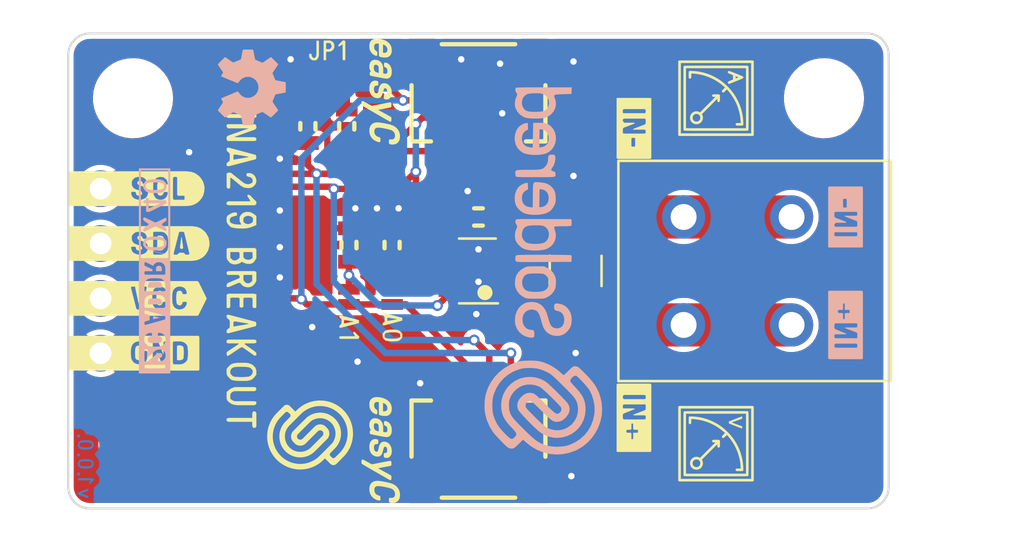
<source format=kicad_pcb>
(kicad_pcb (version 20211014) (generator pcbnew)
  (title_block (title "INA219_breakout") (date "2021-07-28") (rev "V1.0.0.") (company "SOLDERED") (comment 1 "333066"))
  (layers (0 "F.Cu" signal) (31 "B.Cu" signal) (34 "B.Paste" user) (35 "F.Paste" user) (36 "B.SilkS" user "B.Silkscreen") (37 "F.SilkS" user "F.Silkscreen") (38 "B.Mask" user) (39 "F.Mask" user) (44 "Edge.Cuts" user))
  (net 0 "")
  (net 1 "VCC")
  (net 2 "GND")
  (net 3 "Net-(JP1-Pad1)")
  (net 4 "Net-(JP1-Pad3)")
  (net 5 "A0")
  (net 6 "A1")
  (net 7 "IN+")
  (net 8 "IN-")
  (net 9 "SCL")
  (net 10 "SDA")
  (footprint "e-radionica.com footprinti:SMD_JUMPER_3_PAD_TRACE" (layer "F.Cu") (at 102.4 120.4)
    (fp_text reference "JP1")
    (fp_text value "SMD_JUMPER_3_PAD_TRACE")
    (fp_poly (pts (xy -0.25 0.05) (xy -0.45 0.05) (xy -0.45 -0.05) (xy -0.25 -0.05)) (layer "F.Cu") (width 0.1) (fill solid))
    (fp_poly (pts (xy 0.45 0.05) (xy 0.25 0.05) (xy 0.25 -0.05) (xy 0.45 -0.05)) (layer "F.Cu") (width 0.1) (fill solid))
    (pad "1" smd rect (at -0.7 0 180) (size 0.5 1) (layers "F.Cu" "F.Mask") (net 3 "Net-(JP1-Pad1)"))
    (pad "2" smd custom (at 0 0 180) (size 0.5 1) (layers "F.Cu" "F.Mask") (net 1 "VCC") (options (clearance outline) (anchor rect)) (primitives))
    (pad "3" smd rect (at 0.7 0 180) (size 0.5 1) (layers "F.Cu" "F.Mask") (net 4 "Net-(JP1-Pad3)"))
  )
  (footprint "e-radionica.com footprinti:0603R" (layer "F.Cu") (at 101.5 122.7 90)
    (fp_text reference "R2")
    (fp_text value "10k")
    (pad "1" smd rect locked (at -0.775 0 180) (size 1 0.64) (layers "F.Cu" "F.Paste" "F.Mask") (net 9 "SCL"))
    (pad "2" smd rect locked (at 0.775 0 180) (size 1 0.64) (layers "F.Cu" "F.Paste" "F.Mask") (net 3 "Net-(JP1-Pad1)"))
  )
  (footprint "Soldered Graphics:Logo-Front-easyC-5mm" (layer "F.Cu") (at 104.9 121.1 -90)
    (fp_text reference "G***" hide)
    (fp_text value "LOGO" hide)
  )
  (footprint "e-radionica.com footprinti:easyC-connector" (layer "F.Cu") (at 109.4 137.1 180)
    (fp_text reference "K4")
    (fp_text value "easyC-SMD")
    (pad "1" smd rect locked (at -1.5 2.15 180) (size 0.6 1.55) (layers "F.Cu" "F.Paste" "F.Mask") (net 9 "SCL"))
    (pad "2" smd rect locked (at -0.5 2.15 180) (size 0.6 1.55) (layers "F.Cu" "F.Paste" "F.Mask") (net 10 "SDA"))
    (pad "3" smd rect locked (at 0.5 2.15 180) (size 0.6 1.55) (layers "F.Cu" "F.Paste" "F.Mask") (net 1 "VCC"))
    (pad "4" smd rect locked (at 1.5 2.15 180) (size 0.6 1.55) (layers "F.Cu" "F.Paste" "F.Mask") (net 2 "GND"))
    (pad "5" smd rect locked (at 2.6 -2.15 180) (size 1.2 1.8) (layers "F.Cu" "F.Paste" "F.Mask") (net 2 "GND"))
    (pad "5" smd rect locked (at -2.6 -2.15 180) (size 1.2 1.8) (layers "F.Cu" "F.Paste" "F.Mask") (net 2 "GND"))
  )
  (footprint "e-radionica.com footprinti:0603R" (layer "F.Cu") (at 103.4 128.2 -90)
    (fp_text reference "R4")
    (fp_text value "10k")
    (pad "1" smd rect locked (at -0.775 0) (size 1 0.64) (layers "F.Cu" "F.Paste" "F.Mask") (net 2 "GND"))
    (pad "2" smd rect locked (at 0.775 0) (size 1 0.64) (layers "F.Cu" "F.Paste" "F.Mask") (net 6 "A1"))
  )
  (footprint "Soldered Graphics:Logo-Back-OSH-3.5mm" (layer "F.Cu") (at 98.9 120.9 -90)
    (fp_text reference "G***" hide)
    (fp_text value "LOGO" hide)
  )
  (footprint "e-radionica.com footprinti:SMD_JUMPER" (layer "F.Cu") (at 103.4 130.6 -90)
    (fp_text reference "JP3")
    (fp_text value "SMD_JUMPER")
    (pad "1" smd rect (at -0.35 0 270) (size 0.5 1) (layers "F.Cu" "F.Mask") (net 6 "A1"))
    (pad "2" smd rect (at 0.35 0 270) (size 0.5 1) (layers "F.Cu" "F.Mask") (net 1 "VCC"))
  )
  (footprint "buzzardLabel" (layer "F.Cu") (at 102.4 119.2)
    (fp_text reference "" (at 0 0) (layer "F.SilkS") (effects (font (size 1.27 1.27))))
    (fp_text value "" (at 0 0) (layer "F.SilkS") (effects (font (size 1.27 1.27))))
  )
  (footprint "e-radionica.com footprinti:0603C" (layer "F.Cu") (at 109.4 126.9 180)
    (fp_text reference "C1")
    (fp_text value "100nF")
    (pad "1" smd rect locked (at -0.73 0 180) (size 0.66 1) (layers "F.Cu" "F.Paste" "F.Mask") (net 1 "VCC"))
    (pad "2" smd rect locked (at 0.73 0 180) (size 0.66 1) (layers "F.Cu" "F.Paste" "F.Mask") (net 2 "GND"))
  )
  (footprint "buzzardLabel" (layer "F.Cu") (at 90 130.67)
    (fp_text reference "" (at 0 0) (layer "F.SilkS") (effects (font (size 1.27 1.27))))
    (fp_text value "" (at 0 0) (layer "F.SilkS") (effects (font (size 1.27 1.27))))
  )
  (footprint "buzzardLabel" (layer "F.Cu") (at 103.4 132 -90)
    (fp_text reference "" (at 0 0 90) (layer "F.SilkS") (effects (font (size 1.27 1.27))))
    (fp_text value "" (at 0 0 90) (layer "F.SilkS") (effects (font (size 1.27 1.27))))
  )
  (footprint "Soldered Graphics:Symbol-Front-Voltmeter" (layer "F.Cu") (at 120.4 137.4 -90)
    (fp_text reference "G***" hide)
    (fp_text value "LOGO" hide)
  )
  (footprint "e-radionica.com footprinti:TERMINAL_KF235-5.0-2P" (layer "F.Cu") (at 121.4 129.4 90)
    (fp_text reference "K1")
    (fp_text value "TERMINAL_KF235-5.0-2P")
    (pad "1" thru_hole circle (at 2.5 -2.5 90) (size 2 2) (drill 1.2) (layers *.Cu *.Mask) (net 8 "IN-"))
    (pad "1" thru_hole circle (at 2.5 2.5 90) (size 2 2) (drill 1.2) (layers *.Cu *.Mask) (net 8 "IN-"))
    (pad "2" thru_hole circle (at -2.5 -2.5 90) (size 2 2) (drill 1.2) (layers *.Cu *.Mask) (net 7 "IN+"))
    (pad "2" thru_hole circle (at -2.5 2.5 90) (size 2 2) (drill 1.2) (layers *.Cu *.Mask) (net 7 "IN+"))
  )
  (footprint "e-radionica.com footprinti:SOT23-8" (layer "F.Cu") (at 109.4 129.4 180)
    (fp_text reference "U1")
    (fp_text value "INA219")
    (pad "1" smd rect (at -1.3 -0.975 180) (size 1.1 0.45) (layers "F.Cu" "F.Paste" "F.Mask") (net 7 "IN+"))
    (pad "2" smd rect (at -1.3 -0.325 180) (size 1.1 0.45) (layers "F.Cu" "F.Paste" "F.Mask") (net 8 "IN-"))
    (pad "3" smd rect (at -1.3 0.325 180) (size 1.1 0.45) (layers "F.Cu" "F.Paste" "F.Mask") (net 2 "GND"))
    (pad "4" smd rect (at -1.3 0.975 180) (size 1.1 0.45) (layers "F.Cu" "F.Paste" "F.Mask") (net 1 "VCC"))
    (pad "5" smd rect (at 1.3 0.975 180) (size 1.1 0.45) (layers "F.Cu" "F.Paste" "F.Mask") (net 9 "SCL"))
    (pad "6" smd rect (at 1.3 0.325 180) (size 1.1 0.45) (layers "F.Cu" "F.Paste" "F.Mask") (net 10 "SDA"))
    (pad "7" smd rect (at 1.3 -0.325 180) (size 1.1 0.45) (layers "F.Cu" "F.Paste" "F.Mask") (net 5 "A0"))
    (pad "8" smd rect (at 1.3 -0.975 180) (size 1.1 0.45) (layers "F.Cu" "F.Paste" "F.Mask") (net 6 "A1"))
  )
  (footprint "buzzardLabel" (layer "F.Cu") (at 105.4 132 -90)
    (fp_text reference "" (at 0 0 90) (layer "F.SilkS") (effects (font (size 1.27 1.27))))
    (fp_text value "" (at 0 0 90) (layer "F.SilkS") (effects (font (size 1.27 1.27))))
  )
  (footprint "e-radionica.com footprinti:FIDUCIAL_23" (layer "F.Cu") (at 93.4 137.4 -90)
    (fp_text reference "FD1")
    (fp_text value "FIDUCIAL")
    (fp_circle (center 0 0) (end 1 0) (layer "F.Cu") (width 0.2) (fill none))
    (pad "1" smd circle (at 0 0 270) (size 1 1) (layers "F.Cu" "F.Paste" "F.Mask") (clearance 1.1))
  )
  (footprint "Soldered Graphics:Symbol-Front-Ammeter" (layer "F.Cu") (at 120.4 121.4 -90)
    (fp_text reference "G***" hide)
    (fp_text value "LOGO" hide)
  )
  (footprint "buzzardLabel" (layer "F.Cu") (at 90 133.21)
    (fp_text reference "" (at 0 0) (layer "F.SilkS") (effects (font (size 1.27 1.27))))
    (fp_text value "" (at 0 0) (layer "F.SilkS") (effects (font (size 1.27 1.27))))
  )
  (footprint "Soldered Graphics:Logo-Front-Soldered-4mm" (layer "F.Cu") (at 101.6 137 -90)
    (fp_text reference "G***" hide)
    (fp_text value "LOGO" hide)
  )
  (footprint "e-radionica.com footprinti:0603R" (layer "F.Cu") (at 105.4 128.2 -90)
    (fp_text reference "R3")
    (fp_text value "10k")
    (pad "1" smd rect locked (at -0.775 0) (size 1 0.64) (layers "F.Cu" "F.Paste" "F.Mask") (net 2 "GND"))
    (pad "2" smd rect locked (at 0.775 0) (size 1 0.64) (layers "F.Cu" "F.Paste" "F.Mask") (net 5 "A0"))
  )
  (footprint "e-radionica.com footprinti:easyC-connector" (layer "F.Cu") (at 109.4 121.7)
    (fp_text reference "K2")
    (fp_text value "easyC-SMD")
    (pad "1" smd rect locked (at -1.5 2.15) (size 0.6 1.55) (layers "F.Cu" "F.Paste" "F.Mask") (net 9 "SCL"))
    (pad "2" smd rect locked (at -0.5 2.15) (size 0.6 1.55) (layers "F.Cu" "F.Paste" "F.Mask") (net 10 "SDA"))
    (pad "3" smd rect locked (at 0.5 2.15) (size 0.6 1.55) (layers "F.Cu" "F.Paste" "F.Mask") (net 1 "VCC"))
    (pad "4" smd rect locked (at 1.5 2.15) (size 0.6 1.55) (layers "F.Cu" "F.Paste" "F.Mask") (net 2 "GND"))
    (pad "5" smd rect locked (at -2.6 -2.15) (size 1.2 1.8) (layers "F.Cu" "F.Paste" "F.Mask") (net 2 "GND"))
    (pad "5" smd rect locked (at 2.6 -2.15) (size 1.2 1.8) (layers "F.Cu" "F.Paste" "F.Mask") (net 2 "GND"))
  )
  (footprint "Soldered Graphics:Logo-Back-SolderedFULL-17mm" (layer "F.Cu") (at 112.4 129.4 -90)
    (fp_text reference "REF**" hide)
    (fp_text value "Logo-Front-SolderedFULL-17mm" hide)
  )
  (footprint "e-radionica.com footprinti:1210R" (layer "F.Cu") (at 113.9 129.4 -90)
    (fp_text reference "R5")
    (fp_text value "0R1")
    (pad "1" smd rect (at -1.525 0) (size 2.65 1.2) (layers "F.Cu" "F.Paste" "F.Mask") (net 8 "IN-"))
    (pad "2" smd rect (at 1.525 0) (size 2.65 1.2) (layers "F.Cu" "F.Paste" "F.Mask") (net 7 "IN+"))
  )
  (footprint "e-radionica.com footprinti:HOLE_3.2mm" (layer "F.Cu") (at 93.4 121.4 -90)
    (fp_text reference "H1" hide)
    (fp_text value "HOLE_3.2mm" hide)
    (pad "" np_thru_hole circle locked (at 0 0 270) (size 3.2 3.2) (drill 3.2) (layers F&B.Cu *.Mask))
  )
  (footprint "buzzardLabel" (layer "F.Cu") (at 90 125.59)
    (fp_text reference "" (at 0 0) (layer "F.SilkS") (effects (font (size 1.27 1.27))))
    (fp_text value "" (at 0 0) (layer "F.SilkS") (effects (font (size 1.27 1.27))))
  )
  (footprint "e-radionica.com footprinti:HOLE_3.2mm" (layer "F.Cu") (at 125.4 121.4 -90)
    (fp_text reference "H2" hide)
    (fp_text value "HOLE_3.2mm" hide)
    (pad "" np_thru_hole circle locked (at 0 0 270) (size 3.2 3.2) (drill 3.2) (layers F&B.Cu *.Mask))
  )
  (footprint "Soldered Graphics:Logo-Front-easyC-5mm" (layer "F.Cu") (at 104.9 137.7 -90)
    (fp_text reference "G***" hide)
    (fp_text value "LOGO" hide)
  )
  (footprint "e-radionica.com footprinti:0603R" (layer "F.Cu") (at 103.3 122.7 -90)
    (fp_text reference "R1")
    (fp_text value "10k")
    (pad "1" smd rect locked (at -0.775 0) (size 1 0.64) (layers "F.Cu" "F.Paste" "F.Mask") (net 4 "Net-(JP1-Pad3)"))
    (pad "2" smd rect locked (at 0.775 0) (size 1 0.64) (layers "F.Cu" "F.Paste" "F.Mask") (net 10 "SDA"))
  )
  (footprint "e-radionica.com footprinti:SMD_JUMPER" (layer "F.Cu") (at 105.4 130.6 -90)
    (fp_text reference "JP2")
    (fp_text value "SMD_JUMPER")
    (pad "1" smd rect (at -0.35 0 270) (size 0.5 1) (layers "F.Cu" "F.Mask") (net 5 "A0"))
    (pad "2" smd rect (at 0.35 0 270) (size 0.5 1) (layers "F.Cu" "F.Mask") (net 1 "VCC"))
  )
  (footprint "buzzardLabel" (layer "F.Cu") (at 116.6 122.8 -90)
    (fp_text reference "" (at 0 0 90) (layer "F.SilkS") (effects (font (size 1.27 1.27))))
    (fp_text value "" (at 0 0 90) (layer "F.SilkS") (effects (font (size 1.27 1.27))))
  )
  (footprint "buzzardLabel" (layer "F.Cu") (at 116.6 136.2 -90)
    (fp_text reference "" (at 0 0 90) (layer "F.SilkS") (effects (font (size 1.27 1.27))))
    (fp_text value "" (at 0 0 90) (layer "F.SilkS") (effects (font (size 1.27 1.27))))
  )
  (footprint "buzzardLabel" (layer "F.Cu") (at 90 128.13)
    (fp_text reference "" (at 0 0) (layer "F.SilkS") (effects (font (size 1.27 1.27))))
    (fp_text value "" (at 0 0) (layer "F.SilkS") (effects (font (size 1.27 1.27))))
  )
  (footprint "buzzardLabel" (layer "F.Cu") (at 98.4 129.4 -90)
    (fp_text reference "" (at 0 0 90) (layer "F.SilkS") (effects (font (size 1.27 1.27))))
    (fp_text value "" (at 0 0 90) (layer "F.SilkS") (effects (font (size 1.27 1.27))))
  )
  (footprint "Soldered Graphics:Symbol-Front-I2C-ADDR-Field" (layer "B.Cu") (at 94.4 129.4 90)
    (fp_text reference "REF**" hide)
    (fp_text value "Symbol-Front-I2C-ADDR-Field" hide)
  )
  (footprint "e-radionica.com footprinti:HEADER_MALE_4X1" (layer "B.Cu") (at 91.9 129.4 90)
    (fp_text reference "K3")
    (fp_text value "HEADER_MALE_4X1")
    (pad "1" thru_hole circle locked (at -3.81 0 90) (size 1.7 1.7) (drill 1) (layers *.Cu *.Mask) (net 2 "GND"))
    (pad "2" thru_hole circle locked (at -1.27 0 90) (size 1.7 1.7) (drill 1) (layers *.Cu *.Mask) (net 1 "VCC"))
    (pad "3" thru_hole circle locked (at 1.27 0 90) (size 1.7 1.7) (drill 1) (layers *.Cu *.Mask) (net 10 "SDA"))
    (pad "4" thru_hole circle locked (at 3.81 0 90) (size 1.7 1.7) (drill 1) (layers *.Cu *.Mask) (net 9 "SCL"))
  )
  (footprint "buzzardLabel" (layer "B.Cu") (at 126.4 126.9 90)
    (fp_text reference "" (at 0 0 90) (layer "B.SilkS") (effects (font (size 1.27 1.27)) (justify mirror)))
    (fp_text value "" (at 0 0 90) (layer "B.SilkS") (effects (font (size 1.27 1.27)) (justify mirror)))
  )
  (footprint "buzzardLabel" (layer "B.Cu") (at 94.4 126.8 90)
    (fp_text reference "" (at 0 0 90) (layer "B.SilkS") (effects (font (size 1.27 1.27)) (justify mirror)))
    (fp_text value "" (at 0 0 90) (layer "B.SilkS") (effects (font (size 1.27 1.27)) (justify mirror)))
  )
  (footprint "Soldered Graphics:Version1.0.0." (layer "B.Cu") (at 91.2 138.4 90)
    (fp_text reference "Ref**" hide)
    (fp_text value "Val**" hide)
    (fp_poly (pts (xy 0.06 -0.35) (xy 0.11 -0.35) (xy 0.17 -0.33) (xy 0.13 -0.28) (xy 0.03 -0.28) (xy -0.01 -0.25) (xy -0.03 -0.2) (xy -0.05 -0.15) (xy -0.05 -0.11) (xy -0.05 0.01) (xy -0.05 0.13) (xy -0.05 0.17) (xy -0.03 0.22) (xy -0.01 0.27) (xy 0.02 0.3) (xy 0.13 0.3) (xy 0.16 0.26) (xy 0.18 0.21) (xy 0.18 0.15) (xy 0.19 0.05) (xy 0.19 -0.08) (xy 0.19 -0.12) (xy 0.18 -0.17) (xy 0.16 -0.22) (xy 0.14 -0.27) (xy 0.14 -0.28) (xy 0.17 -0.32) (xy 0.21 -0.29) (xy 0.24 -0.26) (xy 0.26 -0.22) (xy 0.27 -0.16) (xy 0.28 -0.11) (xy 0.28 -0.06) (xy 0.28 0.06) (xy 0.28 0.12) (xy 0.27 0.17) (xy 0.26 0.22) (xy 0.25 0.27) (xy 0.22 0.3) (xy 0.19 0.34) (xy 0.13 0.37) (xy 0.08 0.38) (xy 0.02 0.38) (xy -0.03 0.35) (xy -0.08 0.31) (xy -0.1 0.28) (xy -0.12 0.23) (xy -0.14 0.18) (xy -0.14 0.13) (xy -0.15 0.08) (xy -0.15 -0.04) (xy -0.14 -0.1) (xy -0.14 -0.14) (xy -0.13 -0.2) (xy -0.11 -0.25) (xy -0.08 -0.28) (xy -0.05 -0.32) (xy 0.01 -0.35) (xy 0.06 -0.35)) (layer "B.Cu") (width 0.01) (fill solid))
    (fp_poly (pts (xy 1.31 -0.38) (xy 1.36 -0.38) (xy 1.41 -0.37) (xy 1.42 -0.33) (xy 1.42 -0.27) (xy 1.38 -0.26) (xy 1.33 -0.26) (xy 1.3 -0.29) (xy 1.3 -0.34) (xy 1.31 -0.38)) (layer "B.Cu") (width 0.01) (fill solid))
    (fp_poly (pts (xy -0.44 -0.38) (xy -0.39 -0.38) (xy -0.34 -0.37) (xy -0.34 -0.33) (xy -0.34 -0.27) (xy -0.38 -0.26) (xy -0.43 -0.26) (xy -0.46 -0.29) (xy -0.46 -0.34) (xy -0.44 -0.38)) (layer "B.Cu") (width 0.01) (fill solid))
    (fp_poly (pts (xy 0.43 -0.38) (xy 0.48 -0.38) (xy 0.54 -0.37) (xy 0.54 -0.33) (xy 0.54 -0.27) (xy 0.5 -0.26) (xy 0.45 -0.26) (xy 0.42 -0.29) (xy 0.42 -0.34) (xy 0.43 -0.38)) (layer "B.Cu") (width 0.01) (fill solid))
    (fp_poly (pts (xy 0.93 -0.35) (xy 0.99 -0.35) (xy 1.04 -0.33) (xy 1.01 -0.28) (xy 0.91 -0.28) (xy 0.87 -0.25) (xy 0.85 -0.2) (xy 0.83 -0.15) (xy 0.83 -0.11) (xy 0.82 0.01) (xy 0.83 0.13) (xy 0.83 0.17) (xy 0.84 0.22) (xy 0.87 0.27) (xy 0.9 0.3) (xy 1.01 0.3) (xy 1.04 0.26) (xy 1.05 0.21) (xy 1.06 0.15) (xy 1.07 0.05) (xy 1.07 -0.08) (xy 1.06 -0.12) (xy 1.06 -0.17) (xy 1.04 -0.22) (xy 1.02 -0.27) (xy 1.01 -0.28) (xy 1.05 -0.32) (xy 1.09 -0.29) (xy 1.12 -0.26) (xy 1.14 -0.22) (xy 1.15 -0.16) (xy 1.16 -0.11) (xy 1.16 -0.06) (xy 1.16 0.06) (xy 1.16 0.12) (xy 1.15 0.17) (xy 1.14 0.22) (xy 1.13 0.27) (xy 1.1 0.3) (xy 1.06 0.34) (xy 1.01 0.37) (xy 0.95 0.38) (xy 0.9 0.38) (xy 0.84 0.35) (xy 0.8 0.31) (xy 0.78 0.28) (xy 0.75 0.23) (xy 0.74 0.18) (xy 0.74 0.13) (xy 0.73 0.08) (xy 0.73 -0.04) (xy 0.73 -0.1) (xy 0.74 -0.14) (xy 0.75 -0.2) (xy 0.77 -0.25) (xy 0.79 -0.28) (xy 0.83 -0.32) (xy 0.89 -0.35) (xy 0.93 -0.35)) (layer "B.Cu") (width 0.01) (fill solid))
    (fp_poly (pts (xy -1.33 -0.35) (xy -1.27 -0.35) (xy -1.25 -0.31) (xy -1.09 0.1) (xy -1.11 0.13) (xy -1.16 0.13) (xy -1.19 0.1) (xy -1.28 -0.16) (xy -1.3 -0.21) (xy -1.32 -0.17) (xy -1.41 0.09) (xy -1.44 0.13) (xy -1.49 0.13) (xy -1.51 0.1) (xy -1.36 -0.31) (xy -1.33 -0.35)) (layer "B.Cu") (width 0.01) (fill solid))
    (fp_poly (pts (xy -0.67 -0.35) (xy -0.62 -0.35) (xy -0.6 -0.31) (xy -0.6 0.35) (xy -0.64 0.38) (xy -0.69 0.38) (xy -0.73 0.34) (xy -0.84 0.22) (xy -0.86 0.17) (xy -0.83 0.16) (xy -0.73 0.22) (xy -0.69 0.23) (xy -0.69 -0.31) (xy -0.67 -0.35)) (layer "B.Cu") (width 0.01) (fill solid))
  )
  (footprint "buzzardLabel" (layer "B.Cu") (at 126.4 131.9 90)
    (fp_text reference "" (at 0 0 90) (layer "B.SilkS") (effects (font (size 1.27 1.27)) (justify mirror)))
    (fp_text value "" (at 0 0 90) (layer "B.SilkS") (effects (font (size 1.27 1.27)) (justify mirror)))
  )
  (gr_arc (start 128.4 139.4) (mid 128.107107 140.107107) (end 127.4 140.4) (layer "Edge.Cuts") (width 0.1))
  (gr_line (start 128.4 119.4) (end 128.4 139.4) (layer "Edge.Cuts") (width 0.1))
  (gr_arc (start 91.4 140.4) (mid 90.692893 140.107107) (end 90.4 139.4) (layer "Edge.Cuts") (width 0.1))
  (gr_arc (start 127.4 118.4) (mid 128.107107 118.692893) (end 128.4 119.4) (layer "Edge.Cuts") (width 0.1))
  (gr_arc (start 90.4 119.4) (mid 90.692893 118.692893) (end 91.4 118.4) (layer "Edge.Cuts") (width 0.1))
  (gr_line (start 127.4 140.4) (end 91.4 140.4) (layer "Edge.Cuts") (width 0.1))
  (gr_line (start 91.4 118.4) (end 127.4 118.4) (layer "Edge.Cuts") (width 0.1))
  (gr_line (start 90.4 139.4) (end 90.4 119.4) (layer "Edge.Cuts") (width 0.1))
  (segment (start 108.7 121.5) (end 109.9 122.7) (width 0.3) (layer "F.Cu") (net 1))
  (segment (start 108.9 133.8) (end 108.9 134.95) (width 0.3) (layer "F.Cu") (net 1))
  (segment (start 105.9 121.5) (end 108.7 121.5) (width 0.3) (layer "F.Cu") (net 1))
  (segment (start 102.4 119.5) (end 102.4 120.4) (width 0.3) (layer "F.Cu") (net 1))
  (segment (start 101.2 130.7) (end 101.45 130.95) (width 0.3) (layer "F.Cu") (net 1))
  (segment (start 110.13 125.73) (end 110.13 126.9) (width 0.3) (layer "F.Cu") (net 1))
  (segment (start 109.9 123.85) (end 109.9 125.5) (width 0.3) (layer "F.Cu") (net 1))
  (segment (start 102.7 119.2) (end 102.4 119.5) (width 0.3) (layer "F.Cu") (net 1))
  (segment (start 110.13 126.9) (end 110.13 127.855) (width 0.3) (layer "F.Cu") (net 1))
  (segment (start 101.2 130.7) (end 101.17 130.67) (width 0.3) (layer "F.Cu") (net 1))
  (segment (start 106.05 130.95) (end 108.9 133.8) (width 0.3) (layer "F.Cu") (net 1))
  (segment (start 103.6 119.2) (end 102.7 119.2) (width 0.3) (layer "F.Cu") (net 1))
  (segment (start 109.9 122.7) (end 109.9 123.85) (width 0.3) (layer "F.Cu") (net 1))
  (segment (start 101.17 130.67) (end 91.9 130.67) (width 0.3) (layer "F.Cu") (net 1))
  (segment (start 110.13 127.855) (end 110.7 128.425) (width 0.3) (layer "F.Cu") (net 1))
  (segment (start 101.45 130.95) (end 106.05 130.95) (width 0.3) (layer "F.Cu") (net 1))
  (segment (start 109.9 125.5) (end 110.13 125.73) (width 0.3) (layer "F.Cu") (net 1))
  (segment (start 105.9 121.5) (end 103.6 119.2) (width 0.3) (layer "F.Cu") (net 1))
  (via (at 101.2 130.7) (size 0.5) (drill 0.3) (layers "F.Cu" "B.Cu") (net 1))
  (via (at 105.9 121.5) (size 0.5) (drill 0.3) (layers "F.Cu" "B.Cu") (net 1))
  (segment (start 105.9 121.5) (end 103.9 121.5) (width 0.3) (layer "B.Cu") (net 1))
  (segment (start 101.2 124.2) (end 101.2 130.7) (width 0.3) (layer "B.Cu") (net 1))
  (segment (start 103.9 121.5) (end 101.2 124.2) (width 0.3) (layer "B.Cu") (net 1))
  (via (at 100.2 126.6) (size 0.5) (drill 0.3) (layers "F.Cu" "B.Cu") (net 2))
  (via (at 100.7 119.6) (size 0.5) (drill 0.3) (layers "F.Cu" "B.Cu") (net 2))
  (via (at 108.6 119.6) (size 0.5) (drill 0.3) (layers "F.Cu" "B.Cu") (net 2))
  (via (at 109.3 131.4) (size 0.5) (drill 0.3) (layers "F.Cu" "B.Cu") (net 2))
  (via (at 100.2 128.3) (size 0.5) (drill 0.3) (layers "F.Cu" "B.Cu") (net 2))
  (via (at 109.4 128.4) (size 0.5) (drill 0.3) (layers "F.Cu" "B.Cu") (net 2))
  (via (at 105.7 126.5) (size 0.5) (drill 0.3) (layers "F.Cu" "B.Cu") (net 2))
  (via (at 103.7 126.5) (size 0.5) (drill 0.3) (layers "F.Cu" "B.Cu") (net 2))
  (via (at 103.8 133.6) (size 0.5) (drill 0.3) (layers "F.Cu" "B.Cu") (net 2))
  (via (at 100.2 129.7) (size 0.5) (drill 0.3) (layers "F.Cu" "B.Cu") (net 2))
  (via (at 109.4 129.9) (size 0.5) (drill 0.3) (layers "F.Cu" "B.Cu") (net 2))
  (via (at 113.8 119.7) (size 0.5) (drill 0.3) (layers "F.Cu" "B.Cu") (net 2))
  (via (at 100.2 124.2) (size 0.5) (drill 0.3) (layers "F.Cu" "B.Cu") (net 2))
  (via (at 101.7 132) (size 0.5) (drill 0.3) (layers "F.Cu" "B.Cu") (net 2))
  (via (at 96 123.9) (size 0.5) (drill 0.3) (layers "F.Cu" "B.Cu") (net 2))
  (via (at 110.5 122.1) (size 0.5) (drill 0.3) (layers "F.Cu" "B.Cu") (net 2))
  (via (at 113.9 133.2) (size 0.5) (drill 0.3) (layers "F.Cu" "B.Cu") (net 2))
  (via (at 108.9 125.7) (size 0.5) (drill 0.3) (layers "F.Cu" "B.Cu") (net 2))
  (via (at 104.7 126.5) (size 0.5) (drill 0.3) (layers "F.Cu" "B.Cu") (net 2))
  (via (at 113.8 125) (size 0.5) (drill 0.3) (layers "F.Cu" "B.Cu") (net 2))
  (via (at 106.7 134.6) (size 0.5) (drill 0.3) (layers "F.Cu" "B.Cu") (net 2))
  (via (at 110.4 119.8) (size 0.5) (drill 0.3) (layers "F.Cu" "B.Cu") (net 2))
  (via (at 113.7 138.9) (size 0.5) (drill 0.3) (layers "F.Cu" "B.Cu") (net 2))
  (segment (start 101.5 121.925) (end 101.5 120.6) (width 0.3) (layer "F.Cu") (net 3))
  (segment (start 101.5 120.6) (end 101.7 120.4) (width 0.3) (layer "F.Cu") (net 3))
  (segment (start 103.3 120.6) (end 103.1 120.4) (width 0.3) (layer "F.Cu") (net 4))
  (segment (start 103.3 121.925) (end 103.3 120.6) (width 0.3) (layer "F.Cu") (net 4))
  (segment (start 105.4 128.975) (end 105.4 130.25) (width 0.3) (layer "F.Cu") (net 5))
  (segment (start 106.15 130.25) (end 106.675 129.725) (width 0.3) (layer "F.Cu") (net 5))
  (segment (start 106.675 129.725) (end 108.1 129.725) (width 0.3) (layer "F.Cu") (net 5))
  (segment (start 105.4 130.25) (end 106.15 130.25) (width 0.3) (layer "F.Cu") (net 5))
  (segment (start 103.4 129.6) (end 103.4 130.25) (width 0.3) (layer "F.Cu") (net 6))
  (segment (start 108.1 130.375) (end 108.1 130.4) (width 0.3) (layer "F.Cu") (net 6))
  (segment (start 108.1 130.4) (end 107.5 131) (width 0.3) (layer "F.Cu") (net 6))
  (segment (start 103.4 128.975) (end 103.4 129.6) (width 0.3) (layer "F.Cu") (net 6))
  (via (at 103.4 129.6) (size 0.5) (drill 0.3) (layers "F.Cu" "B.Cu") (net 6))
  (via (at 107.5 131) (size 0.5) (drill 0.3) (layers "F.Cu" "B.Cu") (net 6))
  (segment (start 107.5 131) (end 104.8 131) (width 0.3) (layer "B.Cu") (net 6))
  (segment (start 104.8 131) (end 103.4 129.6) (width 0.3) (layer "B.Cu") (net 6))
  (segment (start 112.125 130.925) (end 113.9 130.925) (width 0.3) (layer "F.Cu") (net 7))
  (segment (start 113.9 130.925) (end 115.925 130.925) (width 2) (layer "F.Cu") (net 7))
  (segment (start 115.925 130.925) (end 116.9 131.9) (width 2) (layer "F.Cu") (net 7))
  (segment (start 110.7 130.375) (end 111.575 130.375) (width 0.3) (layer "F.Cu") (net 7))
  (segment (start 123.9 131.9) (end 118.9 131.9) (width 2) (layer "F.Cu") (net 7))
  (segment (start 111.575 130.375) (end 112.125 130.925) (width 0.3) (layer "F.Cu") (net 7))
  (segment (start 116.9 131.9) (end 118.9 131.9) (width 2) (layer "F.Cu") (net 7))
  (segment (start 123.9 126.9) (end 118.9 126.9) (width 2) (layer "F.Cu") (net 8))
  (segment (start 113.9 127.875) (end 115.825 127.875) (width 2) (layer "F.Cu") (net 8))
  (segment (start 115.825 127.875) (end 116.8 126.9) (width 2) (layer "F.Cu") (net 8))
  (segment (start 110.7 129.725) (end 111.875 129.725) (width 0.254) (layer "F.Cu") (net 8))
  (segment (start 116.8 126.9) (end 118.9 126.9) (width 2) (layer "F.Cu") (net 8))
  (segment (start 112.3 128.3) (end 112.725 127.875) (width 0.254) (layer "F.Cu") (net 8))
  (segment (start 112.3 129.3) (end 112.3 128.3) (width 0.254) (layer "F.Cu") (net 8))
  (segment (start 112.725 127.875) (end 113.9 127.875) (width 0.254) (layer "F.Cu") (net 8))
  (segment (start 111.875 129.725) (end 112.3 129.3) (width 0.254) (layer "F.Cu") (net 8))
  (segment (start 105 124.9) (end 106.05 123.85) (width 0.3) (layer "F.Cu") (net 9))
  (segment (start 101.9 124.9) (end 92.59 124.9) (width 0.3) (layer "F.Cu") (net 9))
  (segment (start 110.9 133.2) (end 110.9 134.95) (width 0.3) (layer "F.Cu") (net 9))
  (segment (start 107.8 123.95) (end 107.8 128.125) (width 0.3) (layer "F.Cu") (net 9))
  (segment (start 101.9 124.9) (end 105 124.9) (width 0.3) (layer "F.Cu") (net 9))
  (segment (start 107.9 123.85) (end 107.8 123.95) (width 0.3) (layer "F.Cu") (net 9))
  (segment (start 101.9 124.9) (end 101.5 124.5) (width 0.3) (layer "F.Cu") (net 9))
  (segment (start 107.8 128.125) (end 108.1 128.425) (width 0.3) (layer "F.Cu") (net 9))
  (segment (start 106.05 123.85) (end 107.9 123.85) (width 0.3) (layer "F.Cu") (net 9))
  (segment (start 92.59 124.9) (end 91.9 125.59) (width 0.3) (layer "F.Cu") (net 9))
  (segment (start 101.5 124.5) (end 101.5 123.475) (width 0.3) (layer "F.Cu") (net 9))
  (via (at 110.9 133.2) (size 0.5) (drill 0.3) (layers "F.Cu" "B.Cu") (net 9))
  (via (at 101.9 124.9) (size 0.5) (drill 0.3) (layers "F.Cu" "B.Cu") (net 9))
  (segment (start 101.9 130) (end 101.9 124.9) (width 0.3) (layer "B.Cu") (net 9))
  (segment (start 110.899511 133.199511) (end 105.099511 133.199511) (width 0.3) (layer "B.Cu") (net 9))
  (segment (start 105.099511 133.199511) (end 101.9 130) (width 0.3) (layer "B.Cu") (net 9))
  (segment (start 110.9 133.2) (end 110.899511 133.199511) (width 0.3) (layer "B.Cu") (net 9))
  (segment (start 106.5 124.8) (end 106.5 126.4) (width 0.3) (layer "F.Cu") (net 10))
  (segment (start 106.8 128.6) (end 107.275 129.075) (width 0.3) (layer "F.Cu") (net 10))
  (segment (start 106.8 126.7) (end 106.8 128.6) (width 0.3) (layer "F.Cu") (net 10))
  (segment (start 109.2 132.6) (end 109.9 133.3) (width 0.3) (layer "F.Cu") (net 10))
  (segment (start 106.5 122.6) (end 105.625 123.475) (width 0.3) (layer "F.Cu") (net 10))
  (segment (start 93.37 128.13) (end 91.9 128.13) (width 0.3) (layer "F.Cu") (net 10))
  (segment (start 109.9 133.3) (end 109.9 134.95) (width 0.3) (layer "F.Cu") (net 10))
  (segment (start 102.6 125.5) (end 96 125.5) (width 0.3) (layer "F.Cu") (net 10))
  (segment (start 105.625 123.475) (end 103.3 123.475) (width 0.3) (layer "F.Cu") (net 10))
  (segment (start 108.9 122.9) (end 108.9 123.85) (width 0.3) (layer "F.Cu") (net 10))
  (segment (start 96 125.5) (end 93.37 128.13) (width 0.3) (layer "F.Cu") (net 10))
  (segment (start 105.7 125.6) (end 102.7 125.6) (width 0.3) (layer "F.Cu") (net 10))
  (segment (start 106.5 126.4) (end 106.8 126.7) (width 0.3) (layer "F.Cu") (net 10))
  (segment (start 106.5 122.6) (end 106.8 122.3) (width 0.3) (layer "F.Cu") (net 10))
  (segment (start 107.275 129.075) (end 108.1 129.075) (width 0.3) (layer "F.Cu") (net 10))
  (segment (start 102.7 125.6) (end 102.6 125.5) (width 0.3) (layer "F.Cu") (net 10))
  (segment (start 108.3 122.3) (end 108.9 122.9) (width 0.3) (layer "F.Cu") (net 10))
  (segment (start 106.5 124.8) (end 105.7 125.6) (width 0.3) (layer "F.Cu") (net 10))
  (segment (start 106.8 122.3) (end 108.3 122.3) (width 0.3) (layer "F.Cu") (net 10))
  (via (at 102.7 125.6) (size 0.5) (drill 0.3) (layers "F.Cu" "B.Cu") (net 10))
  (via (at 106.5 124.8) (size 0.5) (drill 0.3) (layers "F.Cu" "B.Cu") (net 10))
  (via (at 106.5 122.6) (size 0.5) (drill 0.3) (layers "F.Cu" "B.Cu") (net 10))
  (via (at 109.2 132.6) (size 0.5) (drill 0.3) (layers "F.Cu" "B.Cu") (net 10))
  (segment (start 102.7 129.9) (end 102.7 125.6) (width 0.3) (layer "B.Cu") (net 10))
  (segment (start 109.2 132.6) (end 105.4 132.6) (width 0.3) (layer "B.Cu") (net 10))
  (segment (start 106.5 124.8) (end 106.5 122.6) (width 0.3) (layer "B.Cu") (net 10))
  (segment (start 105.4 132.6) (end 102.7 129.9) (width 0.3) (layer "B.Cu") (net 10))
  (zone (net 2) (net_name "GND") (layers F&B.Cu) (connect_pads (clearance 0.254)) (min_thickness 0.254) (fill yes (thermal_gap 0.254) (thermal_bridge_width 0.3))
    (polygon (pts (xy 90.4 140.4) (xy 90.4 118.4) (xy 128.4 118.4) (xy 128.4 140.4)))
  )
)
</source>
